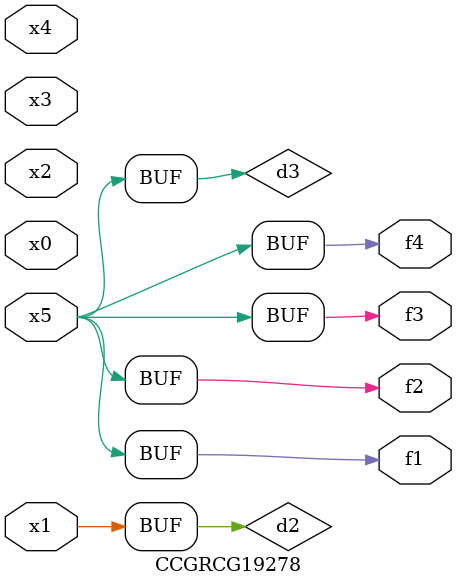
<source format=v>
module CCGRCG19278(
	input x0, x1, x2, x3, x4, x5,
	output f1, f2, f3, f4
);

	wire d1, d2, d3;

	not (d1, x5);
	or (d2, x1);
	xnor (d3, d1);
	assign f1 = d3;
	assign f2 = d3;
	assign f3 = d3;
	assign f4 = d3;
endmodule

</source>
